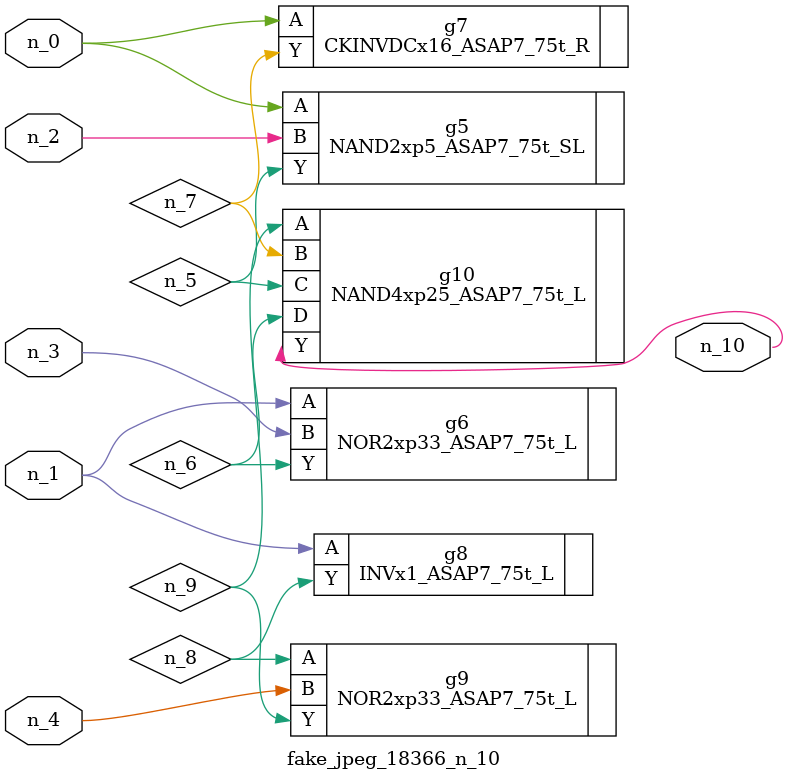
<source format=v>
module fake_jpeg_18366_n_10 (n_3, n_2, n_1, n_0, n_4, n_10);

input n_3;
input n_2;
input n_1;
input n_0;
input n_4;

output n_10;

wire n_8;
wire n_9;
wire n_6;
wire n_5;
wire n_7;

NAND2xp5_ASAP7_75t_SL g5 ( 
.A(n_0),
.B(n_2),
.Y(n_5)
);

NOR2xp33_ASAP7_75t_L g6 ( 
.A(n_1),
.B(n_3),
.Y(n_6)
);

CKINVDCx16_ASAP7_75t_R g7 ( 
.A(n_0),
.Y(n_7)
);

INVx1_ASAP7_75t_L g8 ( 
.A(n_1),
.Y(n_8)
);

NOR2xp33_ASAP7_75t_L g9 ( 
.A(n_8),
.B(n_4),
.Y(n_9)
);

NAND4xp25_ASAP7_75t_L g10 ( 
.A(n_9),
.B(n_7),
.C(n_5),
.D(n_6),
.Y(n_10)
);


endmodule
</source>
